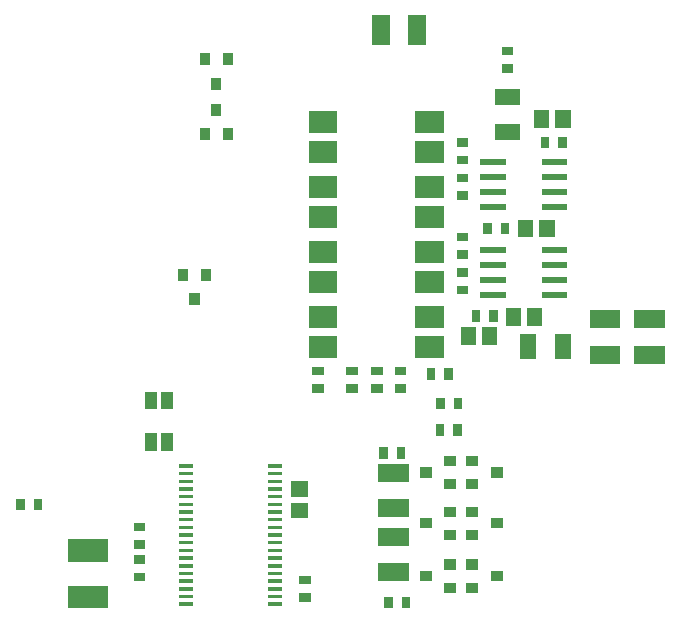
<source format=gbr>
G04 start of page 11 for group -4015 idx -4015 *
G04 Title: (unknown), toppaste *
G04 Creator: pcb 20110918 *
G04 CreationDate: Wed 12 Sep 2012 14:20:39 GMT UTC *
G04 For: rob *
G04 Format: Gerber/RS-274X *
G04 PCB-Dimensions: 236220 263780 *
G04 PCB-Coordinate-Origin: lower left *
%MOIN*%
%FSLAX25Y25*%
%LNTOPPASTE*%
%ADD130R,0.0394X0.0394*%
%ADD129R,0.0283X0.0283*%
%ADD128R,0.0340X0.0340*%
%ADD127R,0.0118X0.0118*%
%ADD126R,0.0200X0.0200*%
%ADD125R,0.0740X0.0740*%
%ADD124R,0.0530X0.0530*%
%ADD123R,0.0600X0.0600*%
%ADD122R,0.0512X0.0512*%
%ADD121R,0.0750X0.0750*%
G54D121*X37157Y33710D02*X43118D01*
X37157Y49214D02*X43157D01*
G54D122*X191339Y193308D02*Y192522D01*
X198425Y193308D02*Y192522D01*
X181890Y127363D02*Y126577D01*
X188976Y127363D02*Y126577D01*
G54D123*X137886Y224756D02*Y220520D01*
X149606Y224756D02*Y220520D01*
G54D124*X178321Y188599D02*X181521D01*
X178321Y200199D02*X181521D01*
X186825Y118728D02*Y115528D01*
X198425Y118728D02*Y115528D01*
G54D125*X117337Y148624D02*X119337D01*
X117337Y138624D02*X119337D01*
X152937D02*X154937D01*
X152937Y148624D02*X154937D01*
G54D126*X171919Y149411D02*X178419D01*
X171919Y144411D02*X178419D01*
X171919Y139411D02*X178419D01*
X171919Y134411D02*X178419D01*
X192419D02*X198919D01*
X192419Y139411D02*X198919D01*
X192419Y144411D02*X198919D01*
X192419Y149411D02*X198919D01*
X171919Y178545D02*X178419D01*
X171919Y173545D02*X178419D01*
X171919Y168545D02*X178419D01*
X171919Y163545D02*X178419D01*
X192419D02*X198919D01*
X192419Y168545D02*X198919D01*
X192419Y173545D02*X198919D01*
X192419Y178545D02*X198919D01*
G54D123*X225244Y126183D02*X229480D01*
X225244Y114463D02*X229480D01*
X139811Y63191D02*X144047D01*
X139811Y74911D02*X144047D01*
G54D125*X117337Y191931D02*X119337D01*
X117337Y181931D02*X119337D01*
X152937D02*X154937D01*
X152937Y191931D02*X154937D01*
X117337Y170277D02*X119337D01*
X117337Y160277D02*X119337D01*
X152937D02*X154937D01*
X152937Y170277D02*X154937D01*
G54D123*X139811Y53742D02*X144047D01*
X139811Y42022D02*X144047D01*
G54D125*X117337Y126970D02*X119337D01*
X117337Y116970D02*X119337D01*
X152937D02*X154937D01*
X152937Y126970D02*X154937D01*
G54D123*X210283Y126183D02*X214519D01*
X210283Y114463D02*X214519D01*
G54D127*X100689Y31303D02*X104035D01*
X100689Y33862D02*X104035D01*
X100689Y36421D02*X104035D01*
X100689Y38980D02*X104035D01*
X100689Y41539D02*X104035D01*
X100689Y44098D02*X104035D01*
X100689Y46657D02*X104035D01*
X100689Y49216D02*X104035D01*
X100689Y51775D02*X104035D01*
X100689Y54334D02*X104035D01*
X100689Y56893D02*X104035D01*
X100689Y59452D02*X104035D01*
X100689Y62011D02*X104035D01*
X100689Y64570D02*X104035D01*
X100689Y67129D02*X104035D01*
X100689Y69688D02*X104035D01*
X100689Y72247D02*X104035D01*
X100689Y74806D02*X104035D01*
X100689Y77365D02*X104035D01*
X71161D02*X74507D01*
X71161Y74806D02*X74507D01*
X71161Y72247D02*X74507D01*
X71161Y69688D02*X74507D01*
X71161Y67129D02*X74507D01*
X71161Y64570D02*X74507D01*
X71161Y62011D02*X74507D01*
X71161Y59452D02*X74507D01*
X71161Y56893D02*X74507D01*
X71161Y54334D02*X74507D01*
X71161Y51775D02*X74507D01*
X71161Y49216D02*X74507D01*
X71161Y46657D02*X74507D01*
X71161Y44098D02*X74507D01*
X71161Y41539D02*X74507D01*
X71161Y38980D02*X74507D01*
X71161Y36421D02*X74507D01*
X71161Y33862D02*X74507D01*
X71161Y31303D02*X74507D01*
G54D122*X110237Y69687D02*X111023D01*
X110237Y62601D02*X111023D01*
G54D128*X160527Y71262D02*X161127D01*
X160527Y79062D02*X161127D01*
X152327Y75162D02*X152927D01*
X167810Y44490D02*X168410D01*
X167810Y36690D02*X168410D01*
X176010Y40590D02*X176610D01*
X160527Y36690D02*X161127D01*
X160527Y44490D02*X161127D01*
X152327Y40590D02*X152927D01*
X167810Y79062D02*X168410D01*
X167810Y71262D02*X168410D01*
X176010Y75162D02*X176610D01*
X160527Y54333D02*X161127D01*
X160527Y62133D02*X161127D01*
X152327Y58233D02*X152927D01*
X167810Y62133D02*X168410D01*
X167810Y54333D02*X168410D01*
X176010Y58233D02*X176610D01*
G54D129*X56799Y40356D02*X57767D01*
X56799Y46190D02*X57767D01*
G54D128*X79527Y141444D02*Y140844D01*
X71727Y141444D02*Y140844D01*
X75627Y133244D02*Y132644D01*
X86774Y213226D02*Y212626D01*
X78974Y213226D02*Y212626D01*
X82874Y205026D02*Y204426D01*
X78974Y188165D02*Y187565D01*
X86774Y188165D02*Y187565D01*
X82874Y196365D02*Y195765D01*
G54D130*X66536Y100202D02*Y98234D01*
X61024Y100202D02*Y98234D01*
Y86422D02*Y84454D01*
X66536Y86422D02*Y84454D01*
G54D129*X111918Y39372D02*X112886D01*
X111918Y33538D02*X112886D01*
X17591Y65052D02*Y64084D01*
X23425Y65052D02*Y64084D01*
X56799Y51254D02*X57767D01*
X56799Y57088D02*X57767D01*
X163189Y89856D02*Y88888D01*
X157355Y89856D02*Y88888D01*
X163386Y98715D02*Y97747D01*
X157552Y98715D02*Y97747D01*
X144488Y82179D02*Y81211D01*
X138654Y82179D02*Y81211D01*
X146063Y32376D02*Y31408D01*
X140229Y32376D02*Y31408D01*
X198228Y185722D02*Y184754D01*
X192394Y185722D02*Y184754D01*
X164477Y173356D02*X165445D01*
X164477Y167522D02*X165445D01*
X164477Y185167D02*X165445D01*
X164477Y179333D02*X165445D01*
X164477Y141859D02*X165445D01*
X164477Y136025D02*X165445D01*
X164477Y153671D02*X165445D01*
X164477Y147837D02*X165445D01*
X116248Y109056D02*X117216D01*
X116248Y103222D02*X117216D01*
X127666Y109056D02*X128634D01*
X127666Y103222D02*X128634D01*
X135933Y109057D02*X136901D01*
X135933Y103223D02*X136901D01*
X143807Y109056D02*X144775D01*
X143807Y103222D02*X144775D01*
X175197Y127847D02*Y126879D01*
X169363Y127847D02*Y126879D01*
X173300Y156982D02*Y156014D01*
X179134Y156982D02*Y156014D01*
X179439Y215748D02*X180407D01*
X179439Y209914D02*X180407D01*
X154402Y108556D02*Y107588D01*
X160236Y108556D02*Y107588D01*
G54D122*X193110Y156890D02*Y156104D01*
X186024Y156890D02*Y156104D01*
X166930Y121063D02*Y120277D01*
X174016Y121063D02*Y120277D01*
M02*

</source>
